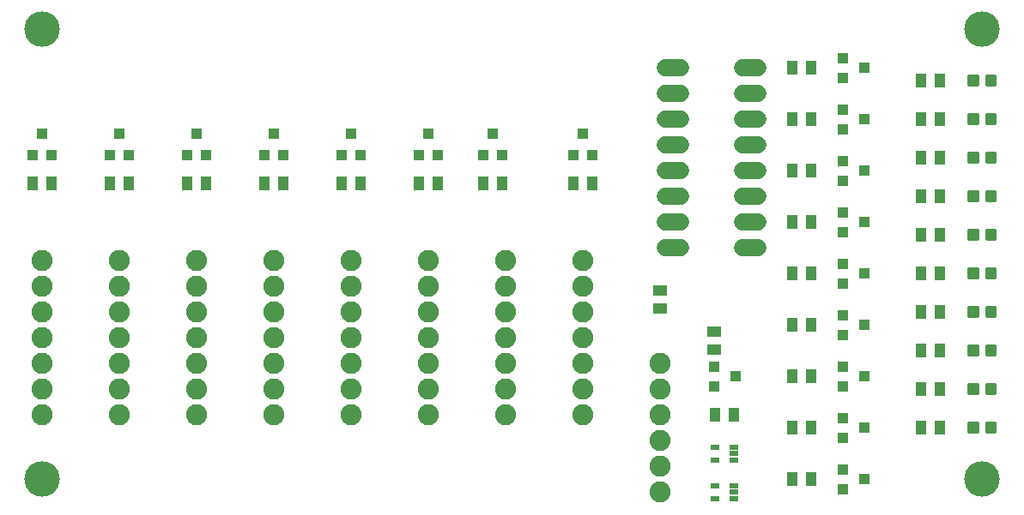
<source format=gts>
G75*
%MOIN*%
%OFA0B0*%
%FSLAX25Y25*%
%IPPOS*%
%LPD*%
%AMOC8*
5,1,8,0,0,1.08239X$1,22.5*
%
%ADD10C,0.01421*%
%ADD11R,0.04343X0.03950*%
%ADD12R,0.03950X0.05524*%
%ADD13C,0.06619*%
%ADD14C,0.08200*%
%ADD15R,0.03950X0.04343*%
%ADD16R,0.05524X0.03950*%
%ADD17R,0.03556X0.02454*%
%ADD18C,0.13800*%
D10*
X0384205Y0039342D02*
X0384205Y0042658D01*
X0384205Y0039342D02*
X0380889Y0039342D01*
X0380889Y0042658D01*
X0384205Y0042658D01*
X0384205Y0040762D02*
X0380889Y0040762D01*
X0380889Y0042182D02*
X0384205Y0042182D01*
X0391111Y0042658D02*
X0391111Y0039342D01*
X0387795Y0039342D01*
X0387795Y0042658D01*
X0391111Y0042658D01*
X0391111Y0040762D02*
X0387795Y0040762D01*
X0387795Y0042182D02*
X0391111Y0042182D01*
X0391111Y0054342D02*
X0391111Y0057658D01*
X0391111Y0054342D02*
X0387795Y0054342D01*
X0387795Y0057658D01*
X0391111Y0057658D01*
X0391111Y0055762D02*
X0387795Y0055762D01*
X0387795Y0057182D02*
X0391111Y0057182D01*
X0384205Y0057658D02*
X0384205Y0054342D01*
X0380889Y0054342D01*
X0380889Y0057658D01*
X0384205Y0057658D01*
X0384205Y0055762D02*
X0380889Y0055762D01*
X0380889Y0057182D02*
X0384205Y0057182D01*
X0384205Y0069342D02*
X0384205Y0072658D01*
X0384205Y0069342D02*
X0380889Y0069342D01*
X0380889Y0072658D01*
X0384205Y0072658D01*
X0384205Y0070762D02*
X0380889Y0070762D01*
X0380889Y0072182D02*
X0384205Y0072182D01*
X0391111Y0072658D02*
X0391111Y0069342D01*
X0387795Y0069342D01*
X0387795Y0072658D01*
X0391111Y0072658D01*
X0391111Y0070762D02*
X0387795Y0070762D01*
X0387795Y0072182D02*
X0391111Y0072182D01*
X0391111Y0084342D02*
X0391111Y0087658D01*
X0391111Y0084342D02*
X0387795Y0084342D01*
X0387795Y0087658D01*
X0391111Y0087658D01*
X0391111Y0085762D02*
X0387795Y0085762D01*
X0387795Y0087182D02*
X0391111Y0087182D01*
X0384205Y0087658D02*
X0384205Y0084342D01*
X0380889Y0084342D01*
X0380889Y0087658D01*
X0384205Y0087658D01*
X0384205Y0085762D02*
X0380889Y0085762D01*
X0380889Y0087182D02*
X0384205Y0087182D01*
X0384205Y0099342D02*
X0384205Y0102658D01*
X0384205Y0099342D02*
X0380889Y0099342D01*
X0380889Y0102658D01*
X0384205Y0102658D01*
X0384205Y0100762D02*
X0380889Y0100762D01*
X0380889Y0102182D02*
X0384205Y0102182D01*
X0391111Y0102658D02*
X0391111Y0099342D01*
X0387795Y0099342D01*
X0387795Y0102658D01*
X0391111Y0102658D01*
X0391111Y0100762D02*
X0387795Y0100762D01*
X0387795Y0102182D02*
X0391111Y0102182D01*
X0391111Y0114342D02*
X0391111Y0117658D01*
X0391111Y0114342D02*
X0387795Y0114342D01*
X0387795Y0117658D01*
X0391111Y0117658D01*
X0391111Y0115762D02*
X0387795Y0115762D01*
X0387795Y0117182D02*
X0391111Y0117182D01*
X0384205Y0117658D02*
X0384205Y0114342D01*
X0380889Y0114342D01*
X0380889Y0117658D01*
X0384205Y0117658D01*
X0384205Y0115762D02*
X0380889Y0115762D01*
X0380889Y0117182D02*
X0384205Y0117182D01*
X0384205Y0129342D02*
X0384205Y0132658D01*
X0384205Y0129342D02*
X0380889Y0129342D01*
X0380889Y0132658D01*
X0384205Y0132658D01*
X0384205Y0130762D02*
X0380889Y0130762D01*
X0380889Y0132182D02*
X0384205Y0132182D01*
X0391111Y0132658D02*
X0391111Y0129342D01*
X0387795Y0129342D01*
X0387795Y0132658D01*
X0391111Y0132658D01*
X0391111Y0130762D02*
X0387795Y0130762D01*
X0387795Y0132182D02*
X0391111Y0132182D01*
X0391111Y0144342D02*
X0391111Y0147658D01*
X0391111Y0144342D02*
X0387795Y0144342D01*
X0387795Y0147658D01*
X0391111Y0147658D01*
X0391111Y0145762D02*
X0387795Y0145762D01*
X0387795Y0147182D02*
X0391111Y0147182D01*
X0384205Y0147658D02*
X0384205Y0144342D01*
X0380889Y0144342D01*
X0380889Y0147658D01*
X0384205Y0147658D01*
X0384205Y0145762D02*
X0380889Y0145762D01*
X0380889Y0147182D02*
X0384205Y0147182D01*
X0384205Y0159342D02*
X0384205Y0162658D01*
X0384205Y0159342D02*
X0380889Y0159342D01*
X0380889Y0162658D01*
X0384205Y0162658D01*
X0384205Y0160762D02*
X0380889Y0160762D01*
X0380889Y0162182D02*
X0384205Y0162182D01*
X0391111Y0162658D02*
X0391111Y0159342D01*
X0387795Y0159342D01*
X0387795Y0162658D01*
X0391111Y0162658D01*
X0391111Y0160762D02*
X0387795Y0160762D01*
X0387795Y0162182D02*
X0391111Y0162182D01*
X0391111Y0174342D02*
X0391111Y0177658D01*
X0391111Y0174342D02*
X0387795Y0174342D01*
X0387795Y0177658D01*
X0391111Y0177658D01*
X0391111Y0175762D02*
X0387795Y0175762D01*
X0387795Y0177182D02*
X0391111Y0177182D01*
X0384205Y0177658D02*
X0384205Y0174342D01*
X0380889Y0174342D01*
X0380889Y0177658D01*
X0384205Y0177658D01*
X0384205Y0175762D02*
X0380889Y0175762D01*
X0380889Y0177182D02*
X0384205Y0177182D01*
D11*
X0340331Y0181000D03*
X0332063Y0184740D03*
X0332063Y0177260D03*
X0332063Y0164740D03*
X0340331Y0161000D03*
X0332063Y0157260D03*
X0332063Y0144740D03*
X0340331Y0141000D03*
X0332063Y0137260D03*
X0332063Y0124740D03*
X0340331Y0121000D03*
X0332063Y0117260D03*
X0332063Y0104740D03*
X0340331Y0101000D03*
X0332063Y0097260D03*
X0332063Y0084740D03*
X0340331Y0081000D03*
X0332063Y0077260D03*
X0332063Y0064740D03*
X0340331Y0061000D03*
X0332063Y0057260D03*
X0332063Y0044740D03*
X0340331Y0041000D03*
X0332063Y0037260D03*
X0332063Y0024740D03*
X0340331Y0021000D03*
X0332063Y0017260D03*
X0282063Y0057260D03*
X0290331Y0061000D03*
X0282063Y0064740D03*
D12*
X0312457Y0061000D03*
X0319543Y0061000D03*
X0289543Y0046000D03*
X0282457Y0046000D03*
X0312457Y0041000D03*
X0319543Y0041000D03*
X0319543Y0021000D03*
X0312457Y0021000D03*
X0362457Y0041000D03*
X0369543Y0041000D03*
X0369543Y0056000D03*
X0362457Y0056000D03*
X0362457Y0071000D03*
X0369543Y0071000D03*
X0369543Y0086000D03*
X0362457Y0086000D03*
X0362457Y0101000D03*
X0369543Y0101000D03*
X0369543Y0116000D03*
X0362457Y0116000D03*
X0362457Y0131000D03*
X0369543Y0131000D03*
X0369543Y0146000D03*
X0362457Y0146000D03*
X0362457Y0161000D03*
X0369543Y0161000D03*
X0369543Y0176000D03*
X0362457Y0176000D03*
X0319543Y0181000D03*
X0312457Y0181000D03*
X0312457Y0161000D03*
X0319543Y0161000D03*
X0319543Y0141000D03*
X0312457Y0141000D03*
X0312457Y0121000D03*
X0319543Y0121000D03*
X0319543Y0101000D03*
X0312457Y0101000D03*
X0312457Y0081000D03*
X0319543Y0081000D03*
X0234543Y0136000D03*
X0227457Y0136000D03*
X0199543Y0136000D03*
X0192457Y0136000D03*
X0174543Y0136000D03*
X0167457Y0136000D03*
X0144543Y0136000D03*
X0137457Y0136000D03*
X0114543Y0136000D03*
X0107457Y0136000D03*
X0084543Y0136000D03*
X0077457Y0136000D03*
X0054543Y0136000D03*
X0047457Y0136000D03*
X0024543Y0136000D03*
X0017457Y0136000D03*
D13*
X0263091Y0131000D02*
X0268909Y0131000D01*
X0268909Y0121000D02*
X0263091Y0121000D01*
X0263091Y0111000D02*
X0268909Y0111000D01*
X0293091Y0111000D02*
X0298909Y0111000D01*
X0298909Y0121000D02*
X0293091Y0121000D01*
X0293091Y0131000D02*
X0298909Y0131000D01*
X0298909Y0141000D02*
X0293091Y0141000D01*
X0293091Y0151000D02*
X0298909Y0151000D01*
X0298909Y0161000D02*
X0293091Y0161000D01*
X0293091Y0171000D02*
X0298909Y0171000D01*
X0298909Y0181000D02*
X0293091Y0181000D01*
X0268909Y0181000D02*
X0263091Y0181000D01*
X0263091Y0171000D02*
X0268909Y0171000D01*
X0268909Y0161000D02*
X0263091Y0161000D01*
X0263091Y0151000D02*
X0268909Y0151000D01*
X0268909Y0141000D02*
X0263091Y0141000D01*
D14*
X0231000Y0106000D03*
X0231000Y0096000D03*
X0231000Y0086000D03*
X0231000Y0076000D03*
X0231000Y0066000D03*
X0231000Y0056000D03*
X0231000Y0046000D03*
X0201000Y0046000D03*
X0201000Y0056000D03*
X0201000Y0066000D03*
X0201000Y0076000D03*
X0201000Y0086000D03*
X0201000Y0096000D03*
X0201000Y0106000D03*
X0171000Y0106000D03*
X0171000Y0096000D03*
X0171000Y0086000D03*
X0171000Y0076000D03*
X0171000Y0066000D03*
X0171000Y0056000D03*
X0171000Y0046000D03*
X0141000Y0046000D03*
X0141000Y0056000D03*
X0141000Y0066000D03*
X0141000Y0076000D03*
X0141000Y0086000D03*
X0141000Y0096000D03*
X0141000Y0106000D03*
X0111000Y0106000D03*
X0111000Y0096000D03*
X0111000Y0086000D03*
X0111000Y0076000D03*
X0111000Y0066000D03*
X0111000Y0056000D03*
X0111000Y0046000D03*
X0081000Y0046000D03*
X0081000Y0056000D03*
X0081000Y0066000D03*
X0081000Y0076000D03*
X0081000Y0086000D03*
X0081000Y0096000D03*
X0081000Y0106000D03*
X0051000Y0106000D03*
X0051000Y0096000D03*
X0051000Y0086000D03*
X0051000Y0076000D03*
X0051000Y0066000D03*
X0051000Y0056000D03*
X0051000Y0046000D03*
X0021000Y0046000D03*
X0021000Y0056000D03*
X0021000Y0066000D03*
X0021000Y0076000D03*
X0021000Y0086000D03*
X0021000Y0096000D03*
X0021000Y0106000D03*
X0261000Y0066000D03*
X0261000Y0056000D03*
X0261000Y0046000D03*
X0261000Y0036000D03*
X0261000Y0026000D03*
X0261000Y0016000D03*
D15*
X0234740Y0147063D03*
X0227260Y0147063D03*
X0231000Y0155331D03*
X0199740Y0147063D03*
X0192260Y0147063D03*
X0196000Y0155331D03*
X0174740Y0147063D03*
X0167260Y0147063D03*
X0171000Y0155331D03*
X0144740Y0147063D03*
X0137260Y0147063D03*
X0141000Y0155331D03*
X0114740Y0147063D03*
X0107260Y0147063D03*
X0111000Y0155331D03*
X0084740Y0147063D03*
X0077260Y0147063D03*
X0081000Y0155331D03*
X0054740Y0147063D03*
X0047260Y0147063D03*
X0051000Y0155331D03*
X0024740Y0147063D03*
X0017260Y0147063D03*
X0021000Y0155331D03*
D16*
X0261000Y0094543D03*
X0261000Y0087457D03*
X0282000Y0078543D03*
X0282000Y0071457D03*
D17*
X0282260Y0033559D03*
X0282260Y0028441D03*
X0289740Y0028441D03*
X0289740Y0031000D03*
X0289740Y0033559D03*
X0289740Y0018559D03*
X0289740Y0016000D03*
X0289740Y0013441D03*
X0282260Y0013441D03*
X0282260Y0018559D03*
D18*
X0021000Y0021000D03*
X0021000Y0196000D03*
X0386000Y0196000D03*
X0386000Y0021000D03*
M02*

</source>
